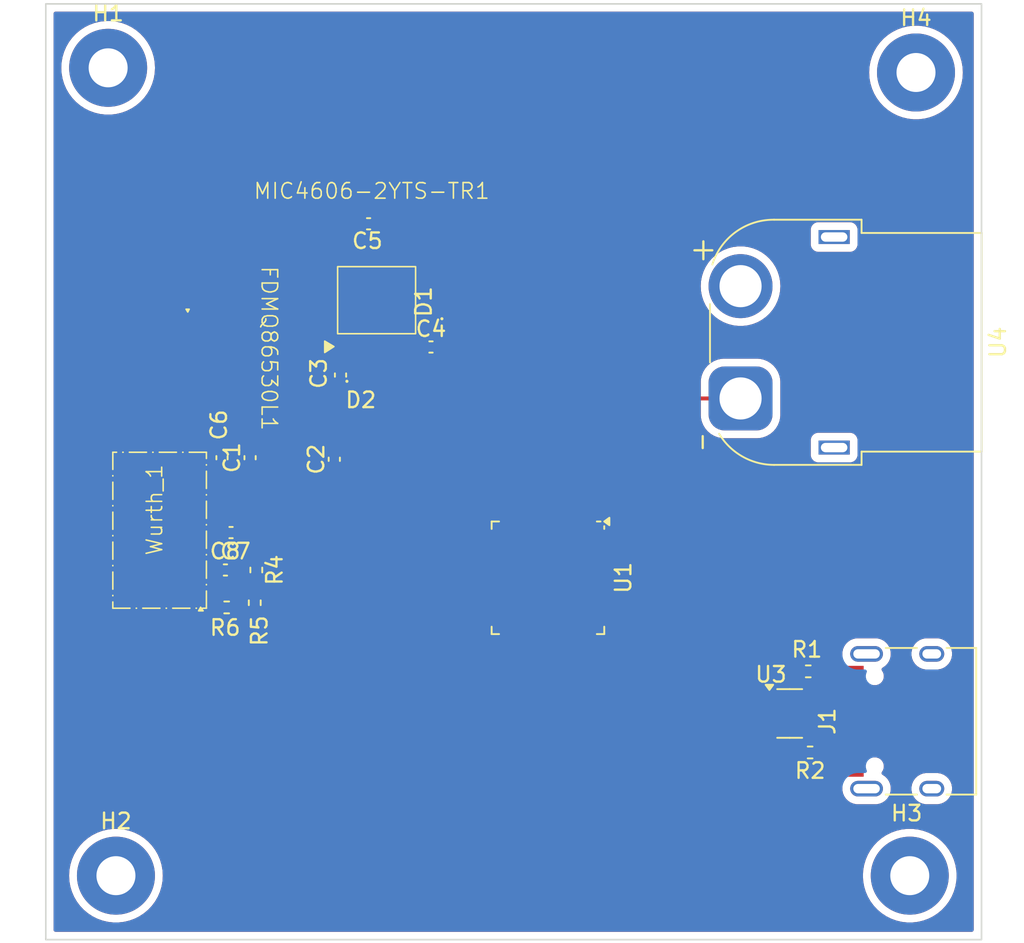
<source format=kicad_pcb>
(kicad_pcb (version 20240108) (generator "pcbnew") (generator_version "8.0")
  (layers (0 "F.Cu" signal) (1 "In1.Cu" signal) (2 "In2.Cu" signal) (31 "B.Cu" signal) (34 "B.Paste" user) (35 "F.Paste" user) (36 "B.SilkS" user "B.Silkscreen") (37 "F.SilkS" user "F.Silkscreen") (38 "B.Mask" user) (39 "F.Mask" user) (44 "Edge.Cuts" user))
  (net 0 "")
  (net 1 "GND")
  (net 2 "VDD")
  (net 3 "VuC")
  (net 4 "BHS")
  (net 5 "Net-(MIC4606-2YTS-TR1-BHB)")
  (net 6 "AHS")
  (net 7 "Net-(MIC4606-2YTS-TR1-AHB)")
  (net 8 "VIN")
  (net 9 "Net-(Wurth_1-VCC)")
  (net 10 "Net-(J1-CC2)")
  (net 11 "Net-(J1-CC1)")
  (net 12 "Net-(Wurth_1-FB)")
  (net 13 "Net-(Wurth_1-FSW)")
  (net 19 "BHI")
  (net 20 "USART_RX")
  (net 23 "ALI")
  (net 28 "JTDI")
  (net 30 "USART_TX")
  (net 32 "AHI")
  (net 37 "SWCLK")
  (net 40 "SWDIO")
  (net 42 "USB_DM")
  (net 51 "BLI")
  (net 54 "USB_DP")
  (net 56 "Net-(J1-D+-PadA6)")
  (net 57 "Net-(J1-D--PadA7)")
  (net 58 "Net-(U3-VBUS)")
  (net 59 "ALO")
  (net 60 "BHO")
  (net 61 "BLO")
  (net 62 "AHO")
  (net 65 "Net-(Wurth_1-EN)")
  (footprint "Resistor_SMD:R_0402_1005Metric" (layer "F.Cu") (at 113.1 113.2)
    (property "Reference" "R6" (at -0.1 1.3 0) (layer "F.SilkS"))
    (property "Value" "5.6k" (hide yes))
    (fp_line (start -0.153641 -0.38) (end 0.153641 -0.38) (stroke (width 0.12)) (layer "F.SilkS"))
    (fp_line (start -0.153641 0.38) (end 0.153641 0.38) (stroke (width 0.12)) (layer "F.SilkS"))
    (pad "1" smd roundrect (at -0.51 0) (size 0.54 0.64) (layers "F.Cu" "F.Paste" "F.Mask") (net 13 "Net-(Wurth_1-FSW)"))
    (pad "2" smd roundrect (at 0.51 0) (size 0.54 0.64) (layers "F.Cu" "F.Paste" "F.Mask") (net 1 "GND"))
  )
  (footprint "Package_DFN_QFN:QFN-48-1EP_7x7mm_P0.5mm_EP5.6x5.6mm" (layer "F.Cu") (at 133.7 111.3 -90)
    (property "Reference" "U1" (at 0 -4.83 90) (layer "F.SilkS"))
    (property "Value" "STM32G431CBUx")
    (fp_line (start -3.61 3.61) (end -3.61 3.135) (stroke (width 0.12)) (layer "F.SilkS"))
    (fp_line (start -3.135 3.61) (end -3.61 3.61) (stroke (width 0.12)) (layer "F.SilkS"))
    (fp_line (start 3.135 3.61) (end 3.61 3.61) (stroke (width 0.12)) (layer "F.SilkS"))
    (fp_line (start 3.61 3.61) (end 3.61 3.135) (stroke (width 0.12)) (layer "F.SilkS"))
    (fp_line (start -3.61 -3.135) (end -3.61 -3.37) (stroke (width 0.12)) (layer "F.SilkS"))
    (fp_line (start -3.135 -3.61) (end -3.31 -3.61) (stroke (width 0.12)) (layer "F.SilkS"))
    (fp_line (start 3.135 -3.61) (end 3.61 -3.61) (stroke (width 0.12)) (layer "F.SilkS"))
    (fp_line (start 3.61 -3.61) (end 3.61 -3.135) (stroke (width 0.12)) (layer "F.SilkS"))
    (fp_poly (pts (xy -3.61 -3.61) (xy -3.85 -3.94) (xy -3.37 -3.94) (xy -3.61 -3.61)) (stroke (width 0.12)) (fill solid) (layer "F.SilkS"))
    (pad "1" smd roundrect (at -3.4375 -2.75 270) (size 0.875 0.25) (layers "F.Cu" "F.Paste" "F.Mask") (net 3 "VuC"))
    (pad "2" smd roundrect (at -3.4375 -2.25 270) (size 0.875 0.25) (layers "F.Cu" "F.Paste" "F.Mask"))
    (pad "3" smd roundrect (at -3.4375 -1.75 270) (size 0.875 0.25) (layers "F.Cu" "F.Paste" "F.Mask"))
    (pad "4" smd roundrect (at -3.4375 -1.25 270) (size 0.875 0.25) (layers "F.Cu" "F.Paste" "F.Mask"))
    (pad "5" smd roundrect (at -3.4375 -0.75 270) (size 0.875 0.25) (layers "F.Cu" "F.Paste" "F.Mask"))
    (pad "6" smd roundrect (at -3.4375 -0.25 270) (size 0.875 0.25) (layers "F.Cu" "F.Paste" "F.Mask"))
    (pad "7" smd roundrect (at -3.4375 0.25 270) (size 0.875 0.25) (layers "F.Cu" "F.Paste" "F.Mask"))
    (pad "8" smd roundrect (at -3.4375 0.75 270) (size 0.875 0.25) (layers "F.Cu" "F.Paste" "F.Mask") (net 19 "BHI"))
    (pad "9" smd roundrect (at -3.4375 1.25 270) (size 0.875 0.25) (layers "F.Cu" "F.Paste" "F.Mask") (net 51 "BLI"))
    (pad "10" smd roundrect (at -3.4375 1.75 270) (size 0.875 0.25) (layers "F.Cu" "F.Paste" "F.Mask") (net 32 "AHI"))
    (pad "11" smd roundrect (at -3.4375 2.25 270) (size 0.875 0.25) (layers "F.Cu" "F.Paste" "F.Mask") (net 23 "ALI"))
    (pad "12" smd roundrect (at -3.4375 2.75 270) (size 0.875 0.25) (layers "F.Cu" "F.Paste" "F.Mask"))
    (pad "13" smd roundrect (at -2.75 3.4375 270) (size 0.25 0.875) (layers "F.Cu" "F.Paste" "F.Mask"))
    (pad "14" smd roundrect (at -2.25 3.4375 270) (size 0.25 0.875) (layers "F.Cu" "F.Paste" "F.Mask"))
    (pad "15" smd roundrect (at -1.75 3.4375 270) (size 0.25 0.875) (layers "F.Cu" "F.Paste" "F.Mask"))
    (pad "16" smd roundrect (at -1.25 3.4375 270) (size 0.25 0.875) (layers "F.Cu" "F.Paste" "F.Mask") (net 30 "USART_TX"))
    (pad "17" smd roundrect (at -0.75 3.4375 270) (size 0.25 0.875) (layers "F.Cu" "F.Paste" "F.Mask"))
    (pad "18" smd roundrect (at -0.25 3.4375 270) (size 0.25 0.875) (layers "F.Cu" "F.Paste" "F.Mask"))
    (pad "19" smd roundrect (at 0.25 3.4375 270) (size 0.25 0.875) (layers "F.Cu" "F.Paste" "F.Mask"))
    (pad "20" smd roundrect (at 0.75 3.4375 270) (size 0.25 0.875) (layers "F.Cu" "F.Paste" "F.Mask") (net 3 "VuC"))
    (pad "21" smd roundrect (at 1.25 3.4375 270) (size 0.25 0.875) (layers "F.Cu" "F.Paste" "F.Mask") (net 3 "VuC"))
    (pad "22" smd roundrect (at 1.75 3.4375 270) (size 0.25 0.875) (layers "F.Cu" "F.Paste" "F.Mask"))
    (pad "23" smd roundrect (at 2.25 3.4375 270) (size 0.25 0.875) (layers "F.Cu" "F.Paste" "F.Mask") (net 3 "VuC"))
    (pad "24" smd roundrect (at 2.75 3.4375 270) (size 0.25 0.875) (layers "F.Cu" "F.Paste" "F.Mask"))
    (pad "25" smd roundrect (at 3.4375 2.75 270) (size 0.875 0.25) (layers "F.Cu" "F.Paste" "F.Mask"))
    (pad "26" smd roundrect (at 3.4375 2.25 270) (size 0.875 0.25) (layers "F.Cu" "F.Paste" "F.Mask"))
    (pad "27" smd roundrect (at 3.4375 1.75 270) (size 0.875 0.25) (layers "F.Cu" "F.Paste" "F.Mask"))
    (pad "28" smd roundrect (at 3.4375 1.25 270) (size 0.875 0.25) (layers "F.Cu" "F.Paste" "F.Mask"))
    (pad "29" smd roundrect (at 3.4375 0.75 270) (size 0.875 0.25) (layers "F.Cu" "F.Paste" "F.Mask"))
    (pad "30" smd roundrect (at 3.4375 0.25 270) (size 0.875 0.25) (layers "F.Cu" "F.Paste" "F.Mask"))
    (pad "31" smd roundrect (at 3.4375 -0.25 270) (size 0.875 0.25) (layers "F.Cu" "F.Paste" "F.Mask"))
    (pad "32" smd roundrect (at 3.4375 -0.75 270) (size 0.875 0.25) (layers "F.Cu" "F.Paste" "F.Mask") (net 20 "USART_RX"))
    (pad "33" smd roundrect (at 3.4375 -1.25 270) (size 0.875 0.25) (layers "F.Cu" "F.Paste" "F.Mask") (net 42 "USB_DM"))
    (pad "34" smd roundrect (at 3.4375 -1.75 270) (size 0.875 0.25) (layers "F.Cu" "F.Paste" "F.Mask") (net 54 "USB_DP"))
    (pad "35" smd roundrect (at 3.4375 -2.25 270) (size 0.875 0.25) (layers "F.Cu" "F.Paste" "F.Mask") (net 3 "VuC"))
    (pad "36" smd roundrect (at 3.4375 -2.75 270) (size 0.875 0.25) (layers "F.Cu" "F.Paste" "F.Mask") (net 40 "SWDIO"))
    (pad "37" smd roundrect (at 2.75 -3.4375 270) (size 0.25 0.875) (layers "F.Cu" "F.Paste" "F.Mask") (net 37 "SWCLK"))
    (pad "38" smd roundrect (at 2.25 -3.4375 270) (size 0.25 0.875) (layers "F.Cu" "F.Paste" "F.Mask") (net 28 "JTDI"))
    (pad "39" smd roundrect (at 1.75 -3.4375 270) (size 0.25 0.875) (layers "F.Cu" "F.Paste" "F.Mask"))
    (pad "40" smd roundrect (at 1.25 -3.4375 270) (size 0.25 0.875) (layers "F.Cu" "F.Paste" "F.Mask"))
    (pad "41" smd roundrect (at 0.75 -3.4375 270) (size 0.25 0.875) (layers "F.Cu" "F.Paste" "F.Mask"))
    (pad "42" smd roundrect (at 0.25 -3.4375 270) (size 0.25 0.875) (layers "F.Cu" "F.Paste" "F.Mask"))
    (pad "43" smd roundrect (at -0.25 -3.4375 270) (size 0.25 0.875) (layers "F.Cu" "F.Paste" "F.Mask"))
    (pad "44" smd roundrect (at -0.75 -3.4375 270) (size 0.25 0.875) (layers "F.Cu" "F.Paste" "F.Mask"))
    (pad "45" smd roundrect (at -1.25 -3.4375 270) (size 0.25 0.875) (layers "F.Cu" "F.Paste" "F.Mask"))
    (pad "46" smd roundrect (at -1.75 -3.4375 270) (size 0.25 0.875) (layers "F.Cu" "F.Paste" "F.Mask"))
    (pad "47" smd roundrect (at -2.25 -3.4375 270) (size 0.25 0.875) (layers "F.Cu" "F.Paste" "F.Mask"))
    (pad "48" smd roundrect (at -2.75 -3.4375 270) (size 0.25 0.875) (layers "F.Cu" "F.Paste" "F.Mask") (net 3 "VuC"))
    (pad "49" smd rect (at 0 0 270) (size 5.6 5.6) (property pad_prop_heatsink) (layers "F.Cu" "F.Mask") (net 1 "GND"))
  )
  (footprint "gate_driver:MIC_4606" (layer "F.Cu") (at 122.693825 93.5)
    (property "Reference" "MIC4606-2YTS-TR1" (at -0.293825 -7 0) (layer "F.SilkS") (effects (font (thickness 0.1))))
    (property "Value" "~" (hide yes))
    (fp_rect (start -2.48 -2.15) (end 2.52 2.15) (stroke (width 0.1)) (fill none) (layer "F.SilkS"))
    (fp_poly (pts (xy -3.307651 3.353911) (xy -2.717651 2.973911) (xy -3.307651 2.623911)) (stroke (width 0.1)) (fill solid) (layer "F.SilkS"))
    (pad "1" smd roundrect (at -2.27 2.95) (size 0.45 1.5) (layers "F.Cu" "F.Paste" "F.Mask") (net 5 "Net-(MIC4606-2YTS-TR1-BHB)"))
    (pad "2" smd roundrect (at -1.62 2.95) (size 0.45 1.5) (layers "F.Cu" "F.Paste" "F.Mask"))
    (pad "3" smd roundrect (at -0.97 2.95) (size 0.45 1.5) (layers "F.Cu" "F.Paste" "F.Mask") (net 19 "BHI"))
    (pad "4" smd roundrect (at -0.32 2.95) (size 0.45 1.5) (layers "F.Cu" "F.Paste" "F.Mask") (net 51 "BLI"))
    (pad "5" smd roundrect (at 0.33 2.95) (size 0.45 1.5) (layers "F.Cu" "F.Paste" "F.Mask") (net 23 "ALI"))
    (pad "6" smd roundrect (at 0.98 2.95) (size 0.45 1.5) (layers "F.Cu" "F.Paste" "F.Mask") (net 32 "AHI"))
    (pad "7" smd roundrect (at 1.63 2.95) (size 0.45 1.5) (layers "F.Cu" "F.Paste" "F.Mask"))
    (pad "8" smd roundrect (at 2.28 2.95) (size 0.45 1.5) (drill (offset 0.005 0)) (layers "F.Cu" "F.Paste" "F.Mask") (net 7 "Net-(MIC4606-2YTS-TR1-AHB)"))
    (pad "9" smd roundrect (at 2.28 -2.95) (size 0.45 1.5) (layers "F.Cu" "F.Paste" "F.Mask") (net 62 "AHO"))
    (pad "10" smd roundrect (at 1.63 -2.95) (size 0.45 1.5) (layers "F.Cu" "F.Paste" "F.Mask") (net 6 "AHS"))
    (pad "11" smd roundrect (at 0.98 -2.95) (size 0.45 1.5) (layers "F.Cu" "F.Paste" "F.Mask") (net 59 "ALO"))
    (pad "12" smd roundrect (at 0.33 -2.95) (size 0.45 1.5) (layers "F.Cu" "F.Paste" "F.Mask") (net 2 "VDD"))
    (pad "13" smd roundrect (at -0.32 -2.95) (size 0.45 1.5) (layers "F.Cu" "F.Paste" "F.Mask"))
    (pad "14" smd roundrect (at -0.97 -2.95) (size 0.45 1.5) (layers "F.Cu" "F.Paste" "F.Mask") (net 61 "BLO"))
    (pad "15" smd roundrect (at -1.62 -2.95) (size 0.45 1.5) (layers "F.Cu" "F.Paste" "F.Mask") (net 4 "BHS"))
    (pad "16" smd roundrect (at -2.27 -2.95) (size 0.45 1.5) (layers "F.Cu" "F.Paste" "F.Mask") (net 60 "BHO"))
  )
  (footprint "regulator:171013801" (layer "F.Cu") (at 108.8 108.25 90)
    (property "Reference" "Wurth_1" (at 1.305 -0.325 90) (layer "F.SilkS") (effects (font (thickness 0.1))))
    (property "Value" "~" (hide yes))
    (fp_rect (start -5 -3) (end 5 3) (stroke (width 0.1) (type dash_dot)) (fill none) (layer "F.SilkS"))
    (fp_poly (pts (xy -5.17 2.5) (xy -5.17 2.79) (xy -4.94 2.63)) (stroke (width 0.1)) (fill solid) (layer "F.SilkS"))
    (pad "1" smd roundrect (at -4.65 2.6 90) (size 0.4 0.5) (layers "F.Cu" "F.Paste" "F.Mask") (net 13 "Net-(Wurth_1-FSW)"))
    (pad "2" smd roundrect (at -3.65 2.6 90) (size 0.4 0.5) (layers "F.Cu" "F.Paste" "F.Mask") (net 12 "Net-(Wurth_1-FB)"))
    (pad "3" smd roundrect (at -2.65 2.6 90) (size 0.4 0.5) (layers "F.Cu" "F.Paste" "F.Mask") (net 9 "Net-(Wurth_1-VCC)"))
    (pad "4" smd roundrect (at -1.65 2.6 90) (size 0.4 0.5) (layers "F.Cu" "F.Paste" "F.Mask"))
    (pad "5" smd roundrect (at -0.65 2.6 90) (size 0.4 0.5) (layers "F.Cu" "F.Paste" "F.Mask"))
    (pad "6" smd roundrect (at 4.1 2.1 90) (size 1.5 1.5) (layers "F.Cu" "F.Paste" "F.Mask"))
    (pad "7" smd roundrect (at 4.1 -2.1 90) (size 1.5 1.5) (layers "F.Cu" "F.Paste" "F.Mask"))
    (pad "8" smd roundrect (at -0.65 -2.6 90) (size 0.4 0.5) (layers "F.Cu" "F.Paste" "F.Mask"))
    (pad "9" smd roundrect (at -1.65 -2.6 90) (size 0.4 0.5) (layers "F.Cu" "F.Paste" "F.Mask") (net 65 "Net-(Wurth_1-EN)"))
    (pad "10" smd roundrect (at -2.65 -2.6 90) (size 0.4 0.5) (layers "F.Cu" "F.Paste" "F.Mask") (net 1 "GND"))
    (pad "11" smd roundrect (at -3.65 -2.6 90) (size 0.4 0.5) (layers "F.Cu" "F.Paste" "F.Mask"))
    (pad "12" smd roundrect (at -4.65 -2.6 90) (size 0.4 0.5) (layers "F.Cu" "F.Paste" "F.Mask") (net 65 "Net-(Wurth_1-EN)"))
    (pad "13" smd roundrect (at -3.05 0 90) (size 1.5 1.5) (layers "F.Cu" "F.Paste" "F.Mask") (net 1 "GND"))
  )
  (footprint "MOSFET:FDMQ86530L" (layer "F.Cu") (at 112.7 96.59 -90)
    (property "Reference" "FDMQ86530L1" (at 0 -3.13 -90) (layer "F.SilkS") (effects (font (thickness 0.1))))
    (property "Value" "~" (hide yes))
    (fp_poly (pts (xy -2.512 2.004) (xy -2.512 2.204) (xy -2.332 2.094)) (stroke (width 0.1)) (fill solid) (layer "F.SilkS"))
    (pad "1" smd roundrect (at -1.98 2.07 270) (size 0.4 0.65) (layers "F.Cu" "F.Paste" "F.Mask") (net 60 "BHO"))
    (pad "2" smd roundrect (at -1.18 2.07 270) (size 0.4 0.65) (layers "F.Cu" "F.Paste" "F.Mask") (net 8 "VIN"))
    (pad "3" smd roundrect (at -0.38 2.07 270) (size 0.4 0.65) (layers "F.Cu" "F.Paste" "F.Mask") (net 4 "BHS"))
    (pad "4" smd roundrect (at 0.42 2.07 270) (size 0.4 0.65) (layers "F.Cu" "F.Paste" "F.Mask") (net 61 "BLO"))
    (pad "5" smd roundrect (at 1.22 2.07 270) (size 0.4 0.65) (layers "F.Cu" "F.Paste" "F.Mask"))
    (pad "6" smd roundrect (at 2.02 2.07 270) (size 0.4 0.65) (layers "F.Cu" "F.Paste" "F.Mask"))
    (pad "7" smd roundrect (at 2.02 -2.08 270) (size 0.4 0.65) (layers "F.Cu" "F.Paste" "F.Mask"))
    (pad "8" smd roundrect (at 1.22 -2.08 270) (size 0.4 0.65) (layers "F.Cu" "F.Paste" "F.Mask"))
    (pad "9" smd roundrect (at 0.42 -2.08 270) (size 0.4 0.65) (layers "F.Cu" "F.Paste" "F.Mask") (net 59 "ALO"))
    (pad "10" smd roundrect (at -0.38 -2.08 270) (size 0.4 0.65) (layers "F.Cu" "F.Paste" "F.Mask") (net 6 "AHS"))
    (pad "11" smd roundrect (at -1.18 -2.08 270) (size 0.4 0.65) (layers "F.Cu" "F.Paste" "F.Mask") (net 8 "VIN"))
    (pad "12" smd roundrect (at -1.98 -2.08 270) (size 0.4 0.65) (layers "F.Cu" "F.Paste" "F.Mask") (net 62 "AHO"))
    (pad "13" smd roundrect (at -1.29 0 270) (size 1.78 2.5) (layers "F.Cu" "F.Paste" "F.Mask"))
    (pad "14" smd roundrect (at 1.13 0.75 270) (size 2.17 1) (layers "F.Cu" "F.Paste" "F.Mask"))
    (pad "15" smd roundrect (at 1.13 -0.75 270) (size 2.17 1) (layers "F.Cu" "F.Paste" "F.Mask"))
  )
  (footprint "MountingHole:MountingHole_2.5mm_Pad" (layer "F.Cu") (at 105.5 78.6)
    (property "Reference" "H1" (at 0 -3.5 0) (layer "F.SilkS"))
    (property "Value" "MountingHole_Pad")
    (pad "1" thru_hole circle (at 0 0) (size 5 5) (drill 2.5) (layers "*.Cu" "*.Mask") (net 1 "GND"))
  )
  (footprint "Capacitor_SMD:C_0402_1005Metric" (layer "F.Cu") (at 126.2 96.5)
    (property "Reference" "C4" (at 0 -1.16 360) (layer "F.SilkS"))
    (property "Value" "20n" (hide yes))
    (fp_line (start -0.107836 -0.36) (end 0.107836 -0.36) (stroke (width 0.12)) (layer "F.SilkS"))
    (fp_line (start -0.107836 0.36) (end 0.107836 0.36) (stroke (width 0.12)) (layer "F.SilkS"))
    (pad "1" smd roundrect (at -0.48 0) (size 0.56 0.62) (layers "F.Cu" "F.Paste" "F.Mask") (net 7 "Net-(MIC4606-2YTS-TR1-AHB)"))
    (pad "2" smd roundrect (at 0.48 0) (size 0.56 0.62) (layers "F.Cu" "F.Paste" "F.Mask") (net 6 "AHS"))
  )
  (footprint "Capacitor_SMD:C_0402_1005Metric" (layer "F.Cu") (at 120 103.7 90)
    (property "Reference" "C2" (at 0 -1.16 90) (layer "F.SilkS"))
    (property "Value" "1u")
    (fp_line (start -0.107836 -0.36) (end 0.107836 -0.36) (stroke (width 0.12)) (layer "F.SilkS"))
    (fp_line (start -0.107836 0.36) (end 0.107836 0.36) (stroke (width 0.12)) (layer "F.SilkS"))
    (pad "1" smd roundrect (at -0.48 0 90) (size 0.56 0.62) (layers "F.Cu" "F.Paste" "F.Mask") (net 3 "VuC"))
    (pad "2" smd roundrect (at 0.48 0 90) (size 0.56 0.62) (layers "F.Cu" "F.Paste" "F.Mask") (net 1 "GND"))
  )
  (footprint "Capacitor_SMD:C_0402_1005Metric" (layer "F.Cu") (at 120.4 98.3 -90)
    (property "Reference" "C3" (at -0.1 1.4 90) (layer "F.SilkS"))
    (property "Value" "20n" (hide yes))
    (fp_line (start -0.107836 0.36) (end 0.107836 0.36) (stroke (width 0.12)) (layer "F.SilkS"))
    (fp_line (start -0.107836 -0.36) (end 0.107836 -0.36) (stroke (width 0.12)) (layer "F.SilkS"))
    (pad "1" smd roundrect (at -0.48 0 270) (size 0.56 0.62) (layers "F.Cu" "F.Paste" "F.Mask") (net 5 "Net-(MIC4606-2YTS-TR1-BHB)"))
    (pad "2" smd roundrect (at 0.48 0 270) (size 0.56 0.62) (layers "F.Cu" "F.Paste" "F.Mask") (net 4 "BHS"))
  )
  (footprint "Capacitor_SMD:C_0402_1005Metric" (layer "F.Cu") (at 113.02 110.8)
    (property "Reference" "C8" (at -0.02 -1.2 0) (layer "F.SilkS"))
    (property "Value" "1u" (hide yes))
    (fp_line (start -0.107836 -0.36) (end 0.107836 -0.36) (stroke (width 0.12)) (layer "F.SilkS"))
    (fp_line (start -0.107836 0.36) (end 0.107836 0.36) (stroke (width 0.12)) (layer "F.SilkS"))
    (pad "1" smd roundrect (at -0.48 0) (size 0.56 0.62) (layers "F.Cu" "F.Paste" "F.Mask") (net 9 "Net-(Wurth_1-VCC)"))
    (pad "2" smd roundrect (at 0.48 0) (size 0.56 0.62) (layers "F.Cu" "F.Paste" "F.Mask") (net 1 "GND"))
  )
  (footprint "Capacitor_SMD:C_0402_1005Metric" (layer "F.Cu") (at 113.38 108.4)
    (property "Reference" "C7" (at 0.28 1.2 360) (layer "F.SilkS"))
    (property "Value" "10u" (hide yes))
    (fp_line (start -0.107836 -0.36) (end 0.107836 -0.36) (stroke (width 0.12)) (layer "F.SilkS"))
    (fp_line (start -0.107836 0.36) (end 0.107836 0.36) (stroke (width 0.12)) (layer "F.SilkS"))
    (pad "1" smd roundrect (at -0.48 0) (size 0.56 0.62) (layers "F.Cu" "F.Paste" "F.Mask") (net 8 "VIN"))
    (pad "2" smd roundrect (at 0.48 0) (size 0.56 0.62) (layers "F.Cu" "F.Paste" "F.Mask") (net 1 "GND"))
  )
  (footprint "Capacitor_SMD:C_0402_1005Metric" (layer "F.Cu") (at 114.6 103.6 90)
    (property "Reference" "C1" (at 0 -1.16 90) (layer "F.SilkS"))
    (property "Value" "4.7u" (hide yes))
    (fp_line (start -0.107836 -0.36) (end 0.107836 -0.36) (stroke (width 0.12)) (layer "F.SilkS"))
    (fp_line (start -0.107836 0.36) (end 0.107836 0.36) (stroke (width 0.12)) (layer "F.SilkS"))
    (pad "1" smd roundrect (at -0.48 0 90) (size 0.56 0.62) (layers "F.Cu" "F.Paste" "F.Mask") (net 2 "VDD"))
    (pad "2" smd roundrect (at 0.48 0 90) (size 0.56 0.62) (layers "F.Cu" "F.Paste" "F.Mask") (net 1 "GND"))
  )
  (footprint "Diode_SMD:D_0402_1005Metric" (layer "F.Cu") (at 126.9 93.6 90)
    (property "Reference" "D1" (at 0 -1.17 90) (layer "F.SilkS"))
    (property "Value" "D_Zener" (hide yes))
    (fp_circle (center -1.09 0) (end -1.04 0) (stroke (width 0.1)) (fill none) (layer "F.SilkS"))
    (pad "1" smd roundrect (at -0.485 0 90) (size 0.59 0.64) (layers "F.Cu" "F.Paste" "F.Mask") (net 6 "AHS"))
    (pad "2" smd roundrect (at 0.485 0 90) (size 0.59 0.64) (layers "F.Cu" "F.Paste" "F.Mask") (net 1 "GND"))
  )
  (footprint "MountingHole:MountingHole_2.5mm_Pad" (layer "F.Cu") (at 157.3 78.9)
    (property "Reference" "H4" (at 0 -3.5 0) (layer "F.SilkS"))
    (property "Value" "MountingHole_Pad")
    (pad "1" thru_hole circle (at 0 0) (size 5 5) (drill 2.5) (layers "*.Cu" "*.Mask") (net 1 "GND"))
  )
  (footprint "Capacitor_SMD:C_0402_1005Metric" (layer "F.Cu") (at 112.8 103.6 90)
    (property "Reference" "C6" (at 2.1 -0.2 90) (layer "F.SilkS"))
    (property "Value" "47u" (hide yes))
    (fp_line (start -0.107836 -0.36) (end 0.107836 -0.36) (stroke (width 0.12)) (layer "F.SilkS"))
    (fp_line (start -0.107836 0.36) (end 0.107836 0.36) (stroke (width 0.12)) (layer "F.SilkS"))
    (pad "1" smd roundrect (at -0.48 0 90) (size 0.56 0.62) (layers "F.Cu" "F.Paste" "F.Mask") (net 2 "VDD"))
    (pad "2" smd roundrect (at 0.48 0 90) (size 0.56 0.62) (layers "F.Cu" "F.Paste" "F.Mask") (net 1 "GND"))
  )
  (footprint "Connector_AMASS:AMASS_XT60PW-F_1x02_P7.20mm_Horizontal" (layer "F.Cu") (at 146.05 99.8 -90)
    (property "Reference" "U4" (at -3.6 -16.5 90) (layer "F.SilkS"))
    (property "Value" "~" (hide yes))
    (fp_line (start -6.05 1.96) (end -2.31 1.96) (stroke (width 0.12)) (layer "F.SilkS"))
    (fp_line (start -11.46 -7.76) (end -11.46 -2.15) (stroke (width 0.12)) (layer "F.SilkS"))
    (fp_line (start -11.46 -7.76) (end -10.61 -7.76) (stroke (width 0.12)) (layer "F.SilkS"))
    (fp_line (start 3.41 -7.76) (end 4.26 -7.76) (stroke (width 0.12)) (layer "F.SilkS"))
    (fp_line (start 4.26 -7.76) (end 4.26 -2.15) (stroke (width 0.12)) (layer "F.SilkS"))
    (fp_line (start -10.61 -15.46) (end -10.61 -7.76) (stroke (width 0.12)) (layer "F.SilkS"))
    (fp_line (start -10.61 -15.46) (end 3.41 -15.46) (stroke (width 0.12)) (layer "F.SilkS"))
    (fp_line (start 3.41 -15.46) (end 3.41 -7.76) (stroke (width 0.12)) (layer "F.SilkS"))
    (fp_arc (start -8.5899 1.808718) (mid -10.677645 0.302568) (end -11.46 -2.15) (stroke (width 0.12)) (layer "F.SilkS"))
    (fp_arc (start 4.26 -2.15) (mid 3.727162 -0.126139) (end 2.266806 1.372958) (stroke (width 0.12)) (layer "F.SilkS"))
    (fp_text user "-" (at 2.8 2.5 90) (layer "F.SilkS"))
    (fp_text user "+" (at -9.5 2.5 90) (layer "F.SilkS") (effects (font (size 1.5 1.5))))
    (pad "" thru_hole rect (at -10.35 -6 270) (size 0.9 2) (drill oval 0.6 1.7) (layers "*.Cu" "*.Mask"))
    (pad "" thru_hole rect (at 3.15 -6 270) (size 0.9 2) (drill oval 0.6 1.7) (layers "*.Cu" "*.Mask"))
    (pad "1" thru_hole roundrect (at 0 0 270) (size 4.1 4.1) (drill 2.7) (layers "*.Cu" "*.Mask") (net 8 "VIN"))
    (pad "2" thru_hole circle (at -7.2 0 270) (size 4.1 4.1) (drill 2.7) (layers "*.Cu" "*.Mask") (net 1 "GND"))
  )
  (footprint "MountingHole:MountingHole_2.5mm_Pad" (layer "F.Cu") (at 156.9 130.4)
    (property "Reference" "H3" (at -0.2 -4 0) (layer "F.SilkS"))
    (property "Value" "MountingHole_Pad")
    (pad "1" thru_hole circle (at 0 0) (size 5 5) (drill 2.5) (layers "*.Cu" "*.Mask") (net 1 "GND"))
  )
  (footprint "Connector_USB:USB_C_Receptacle_HRO_TYPE-C-31-M-12" (layer "F.Cu") (at 157.26 120.5 90)
    (property "Reference" "J1" (at 0 -5.645 90) (layer "F.SilkS"))
    (property "Value" "USB_C_Receptacle_USB2.0_16P")
    (fp_line (start 4.7 -1.9) (end 4.7 0.1) (stroke (width 0.12)) (layer "F.SilkS"))
    (fp_line (start -4.7 -1.9) (end -4.7 0.1) (stroke (width 0.12)) (layer "F.SilkS"))
    (fp_line (start 4.7 2) (end 4.7 3.9) (stroke (width 0.12)) (layer "F.SilkS"))
    (fp_line (start -4.7 2) (end -4.7 3.9) (stroke (width 0.12)) (layer "F.SilkS"))
    (fp_line (start -4.7 3.9) (end 4.7 3.9) (stroke (width 0.12)) (layer "F.SilkS"))
    (pad "" np_thru_hole circle (at -2.89 -2.6 90) (size 0.65 0.65) (drill 0.65) (layers "*.Cu" "*.Mask"))
    (pad "" np_thru_hole circle (at 2.89 -2.6 90) (size 0.65 0.65) (drill 0.65) (layers "*.Cu" "*.Mask"))
    (pad "A1" smd rect (at -3.25 -4.045 90) (size 0.6 1.45) (layers "F.Cu" "F.Paste" "F.Mask") (net 1 "GND"))
    (pad "A4" smd rect (at -2.45 -4.045 90) (size 0.6 1.45) (layers "F.Cu" "F.Paste" "F.Mask") (net 58 "Net-(U3-VBUS)"))
    (pad "A5" smd rect (at -1.25 -4.045 90) (size 0.3 1.45) (layers "F.Cu" "F.Paste" "F.Mask") (net 11 "Net-(J1-CC1)"))
    (pad "A6" smd rect (at -0.25 -4.045 90) (size 0.3 1.45) (layers "F.Cu" "F.Paste" "F.Mask") (net 56 "Net-(J1-D+-PadA6)"))
    (pad "A7" smd rect (at 0.25 -4.045 90) (size 0.3 1.45) (layers "F.Cu" "F.Paste" "F.Mask") (net 57 "Net-(J1-D--PadA7)"))
    (pad "A8" smd rect (at 1.25 -4.045 90) (size 0.3 1.45) (layers "F.Cu" "F.Paste" "F.Mask"))
    (pad "A9" smd rect (at 2.45 -4.045 90) (size 0.6 1.45) (layers "F.Cu" "F.Paste" "F.Mask") (net 58 "Net-(U3-VBUS)"))
    (pad "A12" smd rect (at 3.25 -4.045 90) (size 0.6 1.45) (layers "F.Cu" "F.Paste" "F.Mask") (net 1 "GND"))
    (pad "B1" smd rect (at 3.25 -4.045 90) (size 0.6 1.45) (layers "F.Cu" "F.Paste" "F.Mask") (net 1 "GND"))
    (pad "B4" smd rect (at 2.45 -4.045 90) (size 0.6 1.45) (layers "F.Cu" "F.Paste" "F.Mask") (net 58 "Net-(U3-VBUS)"))
    (pad "B5" smd rect (at 1.75 -4.045 90) (size 0.3 1.45) (layers "F.Cu" "F.Paste" "F.Mask") (net 10 "Net-(J1-CC2)"))
    (pad "B6" smd rect (at 0.75 -4.045 90) (size 0.3 1.45) (layers "F.Cu" "F.Paste" "F.Mask") (net 56 "Net-(J1-D+-PadA6)"))
    (pad "B7" smd rect (at -0.75 -4.045 90) (size 0.3 1.45) (layers "F.Cu" "F.Paste" "F.Mask") (net 57 "Net-(J1-D--PadA7)"))
    (pad "B8" smd rect (at -1.75 -4.045 90) (size 0.3 1.45) (layers "F.Cu" "F.Paste" "F.Mask"))
    (pad "B9" smd rect (at -2.45 -4.045 90) (size 0.6 1.45) (layers "F.Cu" "F.Paste" "F.Mask") (net 58 "Net-(U3-VBUS)"))
    (pad "B12" smd rect (at -3.25 -4.045 90) (size 0.6 1.45) (layers "F.Cu" "F.Paste" "F.Mask") (net 1 "GND"))
    (pad "S1" thru_hole oval (at -4.32 -3.13 90) (size 1 2.1) (drill oval 0.6 1.7) (property pad_prop_heatsink) (layers "*.Cu" "*.Mask") (net 1 "GND"))
    (pad "S1" thru_hole oval (at -4.32 1.05 90) (size 1 1.6) (drill oval 0.6 1.2) (property pad_prop_heatsink) (layers "*.Cu" "*.Mask") (net 1 "GND"))
    (pad "S1" thru_hole oval (at 4.32 -3.13 90) (size 1 2.1) (drill oval 0.6 1.7) (property pad_prop_heatsink) (layers "*.Cu" "*.Mask") (net 1 "GND"))
    (pad "S1" thru_hole oval (at 4.32 1.05 90) (size 1 1.6) (drill oval 0.6 1.2) (property pad_prop_heatsink) (layers "*.Cu" "*.Mask") (net 1 "GND"))
  )
  (footprint "Diode_SMD:D_0402_1005Metric" (layer "F.Cu") (at 121.9 98.7)
    (property "Reference" "D2" (at -0.2 1.2 360) (layer "F.SilkS"))
    (property "Value" "D_Zener" (hide yes))
    (fp_circle (center -1.09 0) (end -1.04 0) (stroke (width 0.1)) (fill none) (layer "F.SilkS"))
    (pad "1" smd roundrect (at -0.485 0) (size 0.59 0.64) (layers "F.Cu" "F.Paste" "F.Mask") (net 4 "BHS"))
    (pad "2" smd roundrect (at 0.485 0) (size 0.59 0.64) (layers "F.Cu" "F.Paste" "F.Mask") (net 1 "GND"))
  )
  (footprint "Package_TO_SOT_SMD:SOT-23-6" (layer "F.Cu") (at 149.2 120)
    (property "Reference" "U3" (at -1.2 -2.5 0) (layer "F.SilkS"))
    (property "Value" "USBLC6-2SC6")
    (fp_line (start 0 -1.56) (end -0.8 -1.56) (stroke (width 0.12)) (layer "F.SilkS"))
    (fp_line (start 0 -1.56) (end 0.8 -1.56) (stroke (width 0.12)) (layer "F.SilkS"))
    (fp_line (start 0 1.56) (end -0.8 1.56) (stroke (width 0.12)) (layer "F.SilkS"))
    (fp_line (start 0 1.56) (end 0.8 1.56) (stroke (width 0.12)) (layer "F.SilkS"))
    (fp_poly (pts (xy -1.3 -1.51) (xy -1.54 -1.84) (xy -1.06 -1.84) (xy -1.3 -1.51)) (stroke (width 0.12)) (fill solid) (layer "F.SilkS"))
    (pad "1" smd roundrect (at -1.1375 -0.95) (size 1.325 0.6) (layers "F.Cu" "F.Paste" "F.Mask") (net 54 "USB_DP"))
    (pad "2" smd roundrect (at -1.1375 0) (size 1.325 0.6) (layers "F.Cu" "F.Paste" "F.Mask") (net 1 "GND"))
    (pad "3" smd roundrect (at -1.1375 0.95) (size 1.325 0.6) (layers "F.Cu" "F.Paste" "F.Mask") (net 42 "USB_DM"))
    (pad "4" smd roundrect (at 1.1375 0.95) (size 1.325 0.6) (layers "F.Cu" "F.Paste" "F.Mask") (net 57 "Net-(J1-D--PadA7)"))
    (pad "5" smd roundrect (at 1.1375 0) (size 1.325 0.6) (layers "F.Cu" "F.Paste" "F.Mask") (net 58 "Net-(U3-VBUS)"))
    (pad "6" smd roundrect (at 1.1375 -0.95) (size 1.325 0.6) (layers "F.Cu" "F.Paste" "F.Mask") (net 56 "Net-(J1-D+-PadA6)"))
  )
  (footprint "Resistor_SMD:R_0402_1005Metric" (layer "F.Cu") (at 150.39 117.3 180)
    (property "Reference" "R1" (at 0.09 1.4 0) (layer "F.SilkS"))
    (property "Value" "5.1k" (hide yes))
    (fp_line (start -0.153641 0.38) (end 0.153641 0.38) (stroke (width 0.12)) (layer "F.SilkS"))
    (fp_line (start -0.153641 -0.38) (end 0.153641 -0.38) (stroke (width 0.12)) (layer "F.SilkS"))
    (pad "1" smd roundrect (at -0.51 0 180) (size 0.54 0.64) (layers "F.Cu" "F.Paste" "F.Mask") (net 10 "Net-(J1-CC2)"))
    (pad "2" smd roundrect (at 0.51 0 180) (size 0.54 0.64) (layers "F.Cu" "F.Paste" "F.Mask") (net 1 "GND"))
  )
  (footprint "Resistor_SMD:R_0402_1005Metric" (layer "F.Cu") (at 150.51 122.5 180)
    (property "Reference" "R2" (at 0 -1.17 360) (layer "F.SilkS"))
    (property "Value" "5.1k" (hide yes))
    (fp_line (start -0.153641 0.38) (end 0.153641 0.38) (stroke (width 0.12)) (layer "F.SilkS"))
    (fp_line (start -0.153641 -0.38) (end 0.153641 -0.38) (stroke (width 0.12)) (layer "F.SilkS"))
    (pad "1" smd roundrect (at -0.51 0 180) (size 0.54 0.64) (layers "F.Cu" "F.Paste" "F.Mask") (net 11 "Net-(J1-CC1)"))
    (pad "2" smd roundrect (at 0.51 0 180) (size 0.54 0.64) (layers "F.Cu" "F.Paste" "F.Mask") (net 1 "GND"))
  )
  (footprint "Resistor_SMD:R_0402_1005Metric" (layer "F.Cu") (at 115 110.8 -90)
    (property "Reference" "R4" (at 0 -1.17 90) (layer "F.SilkS"))
    (property "Value" "402k" (hide yes))
    (fp_line (start -0.153641 0.38) (end 0.153641 0.38) (stroke (width 0.12)) (layer "F.SilkS"))
    (fp_line (start -0.153641 -0.38) (end 0.153641 -0.38) (stroke (width 0.12)) (layer "F.SilkS"))
    (pad "1" smd roundrect (at -0.51 0 270) (size 0.54 0.64) (layers "F.Cu" "F.Paste" "F.Mask") (net 2 "VDD"))
    (pad "2" smd roundrect (at 0.51 0 270) (size 0.54 0.64) (layers "F.Cu" "F.Paste" "F.Mask") (net 12 "Net-(Wurth_1-FB)"))
  )
  (footprint "Resistor_SMD:R_0402_1005Metric" (layer "F.Cu") (at 114.9 112.9 -90)
    (property "Reference" "R5" (at 1.8 -0.3 90) (layer "F.SilkS"))
    (property "Value" "80.6k" (hide yes))
    (fp_line (start -0.153641 0.38) (end 0.153641 0.38) (stroke (width 0.12)) (layer "F.SilkS"))
    (fp_line (start -0.153641 -0.38) (end 0.153641 -0.38) (stroke (width 0.12)) (layer "F.SilkS"))
    (pad "1" smd roundrect (at -0.51 0 270) (size 0.54 0.64) (layers "F.Cu" "F.Paste" "F.Mask") (net 12 "Net-(Wurth_1-FB)"))
    (pad "2" smd roundrect (at 0.51 0 270) (size 0.54 0.64) (layers "F.Cu" "F.Paste" "F.Mask") (net 1 "GND"))
  )
  (footprint "MountingHole:MountingHole_2.5mm_Pad" (layer "F.Cu") (at 106 130.4)
    (property "Reference" "H2" (at 0 -3.5 0) (layer "F.SilkS"))
    (property "Value" "MountingHole_Pad")
    (pad "1" thru_hole circle (at 0 0) (size 5 5) (drill 2.5) (layers "*.Cu" "*.Mask") (net 1 "GND"))
  )
  (footprint "Capacitor_SMD:C_0402_1005Metric" (layer "F.Cu") (at 122.2 88.6 180)
    (property "Reference" "C5" (at 0.08 -1.1 360) (layer "F.SilkS"))
    (property "Value" "20n" (hide yes))
    (fp_line (start -0.107836 0.36) (end 0.107836 0.36) (stroke (width 0.12)) (layer "F.SilkS"))
    (fp_line (start -0.107836 -0.36) (end 0.107836 -0.36) (stroke (width 0.12)) (layer "F.SilkS"))
    (pad "1" smd roundrect (at -0.48 0 180) (size 0.56 0.62) (layers "F.Cu" "F.Paste" "F.Mask") (net 2 "VDD"))
    (pad "2" smd roundrect (at 0.48 0 180) (size 0.56 0.62) (layers "F.Cu" "F.Paste" "F.Mask") (net 1 "GND"))
  )
  (gr_rect (start 101.5 74.5) (end 161.5 134.5) (stroke (width 0.1)) (fill none) (layer "Edge.Cuts"))
  (segment (start 111.4 108.9) (end 111.4 109.9) (width 0.25) (layer "F.Cu") (net 0))
  (segment (start 113.86 110.44) (end 113.5 110.8) (width 0.25) (layer "F.Cu") (net 1))
  (segment (start 113.86 108.4) (end 113.86 110.44) (width 0.25) (layer "F.Cu") (net 1))
  (segment (start 112.8 103.12) (end 114.6 103.12) (width 0.25) (layer "F.Cu") (net 1))
  (segment (start 123.023825 88.943825) (end 122.68 88.6) (width 0.25) (layer "F.Cu") (net 2))
  (segment (start 112.8 104.08) (end 114.6 104.08) (width 0.25) (layer "F.Cu") (net 2))
  (segment (start 123.023825 90.55) (end 123.023825 88.943825) (width 0.25) (layer "F.Cu") (net 2))
  (segment (start 120 104.18) (end 127.87 112.05) (width 0.25) (layer "F.Cu") (net 3))
  (segment (start 127.87 112.05) (end 130.2625 112.05) (width 0.25) (layer "F.Cu") (net 3))
  (segment (start 130.2625 112.05) (end 130.2625 112.55) (width 0.25) (layer "F.Cu") (net 3))
  (segment (start 121.415 98.7) (end 120.48 98.7) (width 0.25) (layer "F.Cu") (net 4))
  (segment (start 120.48 98.7) (end 120.4 98.78) (width 0.25) (layer "F.Cu") (net 4))
  (segment (start 120.4 97.82) (end 120.4 96.473825) (width 0.25) (layer "F.Cu") (net 5))
  (segment (start 120.4 96.473825) (end 120.423825 96.45) (width 0.25) (layer "F.Cu") (net 5))
  (segment (start 124.323825 89.800001) (end 124.648826 89.475) (width 0.25) (layer "F.Cu") (net 6))
  (segment (start 124.648826 89.475) (end 125.275 89.475) (width 0.25) (layer "F.Cu") (net 6))
  (segment (start 126.9 96.28) (end 126.68 96.5) (width 0.25) (layer "F.Cu") (net 6))
  (segment (start 127.219999 94.085) (end 126.9 94.085) (width 0.25) (layer "F.Cu") (net 6))
  (segment (start 125.275 89.475) (end 127.545 91.745) (width 0.25) (layer "F.Cu") (net 6))
  (segment (start 126.9 94.085) (end 126.9 96.28) (width 0.25) (layer "F.Cu") (net 6))
  (segment (start 127.545 93.759999) (end 127.219999 94.085) (width 0.25) (layer "F.Cu") (net 6))
  (segment (start 127.545 91.745) (end 127.545 93.759999) (width 0.25) (layer "F.Cu") (net 6))
  (segment (start 124.323825 90.55) (end 124.323825 89.800001) (width 0.25) (layer "F.Cu") (net 6))
  (segment (start 125.023825 96.5) (end 124.973825 96.45) (width 0.25) (layer "F.Cu") (net 7))
  (segment (start 125.72 96.5) (end 125.023825 96.5) (width 0.25) (layer "F.Cu") (net 7))
  (segment (start 116 96) (end 115.5 95.5) (width 0.25) (layer "F.Cu") (net 8))
  (segment (start 115.5 92.6) (end 115.5 94.6) (width 0.25) (layer "F.Cu") (net 8))
  (segment (start 111.711188 92.6) (end 115.5 92.6) (width 0.25) (layer "F.Cu") (net 8))
  (segment (start 110.63 95.41) (end 110.305001 95.41) (width 0.25) (layer "F.Cu") (net 8))
  (segment (start 115.104999 95.41) (end 114.78 95.41) (width 0.25) (layer "F.Cu") (net 8))
  (segment (start 115.5 94.6) (end 115.5 95.014999) (width 0.25) (layer "F.Cu") (net 8))
  (segment (start 125.7 87.7) (end 120.4 87.7) (width 0.25) (layer "F.Cu") (net 8))
  (segment (start 112.9 108.090001) (end 116 104.990001) (width 0.25) (layer "F.Cu") (net 8))
  (segment (start 120.4 87.7) (end 115.5 92.6) (width 0.25) (layer "F.Cu") (net 8))
  (segment (start 109.7 94.611188) (end 111.711188 92.6) (width 0.25) (layer "F.Cu") (net 8))
  (segment (start 112.9 108.4) (end 112.9 108.090001) (width 0.25) (layer "F.Cu") (net 8))
  (segment (start 109.7 94.804999) (end 109.7 94.611188) (width 0.25) (layer "F.Cu") (net 8))
  (segment (start 115.5 95.014999) (end 115.104999 95.41) (width 0.25) (layer "F.Cu") (net 8))
  (segment (start 137.8 99.8) (end 125.7 87.7) (width 0.25) (layer "F.Cu") (net 8))
  (segment (start 116 104.990001) (end 116 96) (width 0.25) (layer "F.Cu") (net 8))
  (segment (start 115.5 95.5) (end 115.5 94.6) (width 0.25) (layer "F.Cu") (net 8))
  (segment (start 110.305001 95.41) (end 109.7 94.804999) (width 0.25) (layer "F.Cu") (net 8))
  (segment (start 146.05 99.8) (end 137.8 99.8) (width 0.25) (layer "F.Cu") (net 8))
  (segment (start 111.4 110.9) (end 112.44 110.9) (width 0.25) (layer "F.Cu") (net 9))
  (segment (start 112.44 110.9) (end 112.54 110.8) (width 0.25) (layer "F.Cu") (net 9))
  (segment (start 153.215 118.75) (end 152.35 118.75) (width 0.25) (layer "F.Cu") (net 10))
  (segment (start 152.35 118.75) (end 150.9 117.3) (width 0.25) (layer "F.Cu") (net 10))
  (segment (start 153.215 121.75) (end 152.19 121.75) (width 0.25) (layer "F.Cu") (net 11))
  (segment (start 151.44 122.5) (end 151.02 122.5) (width 0.25) (layer "F.Cu") (net 11))
  (segment (start 152.19 121.75) (end 151.44 122.5) (width 0.25) (layer "F.Cu") (net 11))
  (segment (start 115 111.31) (end 114.41 111.9) (width 0.25) (layer "F.Cu") (net 12))
  (segment (start 114.9 111.41) (end 115 111.31) (width 0.25) (layer "F.Cu") (net 12))
  (segment (start 114.9 112.39) (end 114.9 111.41) (width 0.25) (layer "F.Cu") (net 12))
  (segment (start 114.41 111.9) (end 111.4 111.9) (width 0.25) (layer "F.Cu") (net 12))
  (segment (start 112.29 112.9) (end 112.59 113.2) (width 0.25) (layer "F.Cu") (net 13))
  (segment (start 111.4 112.9) (end 112.29 112.9) (width 0.25) (layer "F.Cu") (net 13))
  (segment (start 131.45 105.61257) (end 131.45 107.8625) (width 0.25) (layer "F.Cu") (net 23))
  (segment (start 123.023825 97.186395) (end 131.45 105.61257) (width 0.25) (layer "F.Cu") (net 23))
  (segment (start 123.023825 96.45) (end 123.023825 97.186395) (width 0.25) (layer "F.Cu") (net 23))
  (segment (start 123.673825 97.199999) (end 131.95 105.476174) (width 0.25) (layer "F.Cu") (net 32))
  (segment (start 131.95 105.476174) (end 131.95 107.8625) (width 0.25) (layer "F.Cu") (net 32))
  (segment (start 123.673825 96.45) (end 123.673825 97.199999) (width 0.25) (layer "F.Cu") (net 32))
  (segment (start 140.538864 120.95) (end 134.95 115.361136) (width 0.25) (layer "F.Cu") (net 42))
  (segment (start 134.95 115.361136) (end 134.95 114.7375) (width 0.25) (layer "F.Cu") (net 42))
  (segment (start 145.036698 120.95) (end 140.538864 120.95) (width 0.25) (layer "F.Cu") (net 42))
  (segment (start 145.37309 120.95) (end 145.036698 120.95) (width 0.25) (layer "F.Cu") (net 42))
  (segment (start 148.0625 120.95) (end 145.37309 120.95) (width 0.25) (layer "F.Cu") (net 42))
  (segment (start 145.013064 119.05) (end 144.483979 119.05) (width 0.25) (layer "F.Cu") (net 54))
  (segment (start 135.45 115.22474) (end 135.45 114.7375) (width 0.25) (layer "F.Cu") (net 54))
  (segment (start 145.373064 119.81) (end 145.373064 119.29) (width 0.25) (layer "F.Cu") (net 54))
  (segment (start 148.0625 119.05) (end 146.213064 119.05) (width 0.25) (layer "F.Cu") (net 54))
  (segment (start 145.733064 120.05) (end 145.613064 120.05) (width 0.25) (layer "F.Cu") (net 54))
  (segment (start 145.133064 119.05) (end 145.013064 119.05) (width 0.25) (layer "F.Cu") (net 54))
  (segment (start 139.27526 119.05) (end 135.45 115.22474) (width 0.25) (layer "F.Cu") (net 54))
  (segment (start 144.483979 119.05) (end 139.27526 119.05) (width 0.25) (layer "F.Cu") (net 54))
  (segment (start 145.973064 119.29) (end 145.973064 119.81) (width 0.25) (layer "F.Cu") (net 54))
  (arc (start 145.373064 119.29) (mid 145.30277 119.120294) (end 145.133064 119.05) (width 0.25) (layer "F.Cu") (net 54))
  (arc (start 145.973064 119.81) (mid 145.90277 119.979706) (end 145.733064 120.05) (width 0.25) (layer "F.Cu") (net 54))
  (arc (start 145.613064 120.05) (mid 145.443358 119.979706) (end 145.373064 119.81) (width 0.25) (layer "F.Cu") (net 54))
  (arc (start 146.213064 119.05) (mid 146.043358 119.120294) (end 145.973064 119.29) (width 0.25) (layer "F.Cu") (net 54))
  (segment (start 152.19 119.75) (end 153.215 119.75) (width 0.25) (layer "F.Cu") (net 56))
  (segment (start 151.49 119.05) (end 152.19 119.75) (width 0.25) (layer "F.Cu") (net 56))
  (segment (start 150.3375 119.05) (end 151.49 119.05) (width 0.25) (layer "F.Cu") (net 56))
  (segment (start 150.6375 121.25) (end 150.3375 120.95) (width 0.25) (layer "F.Cu") (net 57))
  (segment (start 152.19 120.25) (end 151.49 120.95) (width 0.25) (layer "F.Cu") (net 57))
  (segment (start 153.215 120.25) (end 152.19 120.25) (width 0.25) (layer "F.Cu") (net 57))
  (segment (start 151.49 120.95) (end 150.3375 120.95) (width 0.25) (layer "F.Cu") (net 57))
  (segment (start 153.215 121.25) (end 150.6375 121.25) (width 0.25) (layer "F.Cu") (net 57))
  (segment (start 105.2 110.9) (end 106.2 109.9) (width 0.25) (layer "F.Cu") (net 65))
  (segment (start 105.2 112.4) (end 105.2 110.9) (width 0.25) (layer "F.Cu") (net 65))
  (segment (start 106.2 112.9) (end 105.7 112.9) (width 0.25) (layer "F.Cu") (net 65))
  (segment (start 105.7 112.9) (end 105.2 112.4) (width 0.25) (layer "F.Cu") (net 65))
  (zone (net 3) (net_name "VuC") (layer "F.Cu") (priority 2) (connect_pads (clearance 0.5)) (min_thickness 0.25) (fill yes (thermal_gap 0.5) (thermal_bridge_width 0.5))
    (polygon (pts (xy 101.5 74.5) (xy 161.5 74.5) (xy 161.5 134.5) (xy 101.5 134.5)))
  )
  (zone (net 2) (net_name "VDD") (layer "B.Cu") (priority 3) (connect_pads (clearance 0.5)) (min_thickness 0.25) (fill yes (thermal_gap 0.5) (thermal_bridge_width 0.5))
    (polygon (pts (xy 101.5 74.5) (xy 161.5 74.5) (xy 161.5 134.5) (xy 101.5 134.5)))
  )
)
</source>
